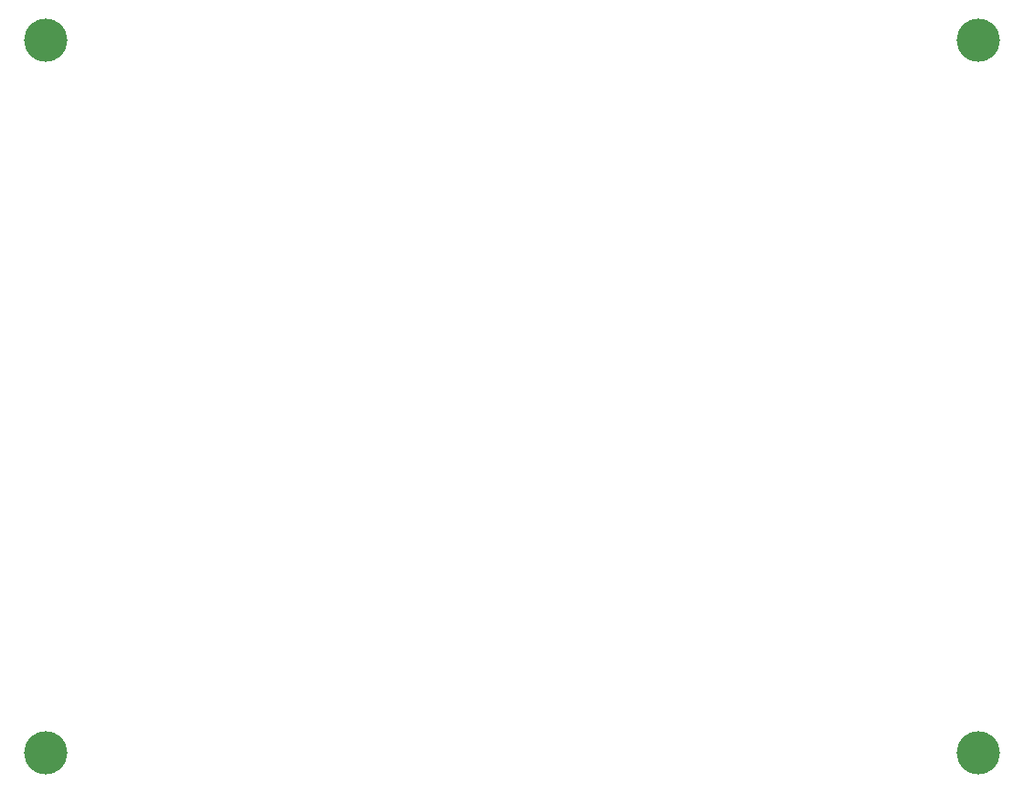
<source format=gbr>
%TF.GenerationSoftware,KiCad,Pcbnew,7.0.6*%
%TF.CreationDate,2023-08-10T18:19:11+02:00*%
%TF.ProjectId,ps2_mouse_to_serial_rev2,7073325f-6d6f-4757-9365-5f746f5f7365,rev?*%
%TF.SameCoordinates,Original*%
%TF.FileFunction,Legend,Bot*%
%TF.FilePolarity,Positive*%
%FSLAX46Y46*%
G04 Gerber Fmt 4.6, Leading zero omitted, Abs format (unit mm)*
G04 Created by KiCad (PCBNEW 7.0.6) date 2023-08-10 18:19:11*
%MOMM*%
%LPD*%
G01*
G04 APERTURE LIST*
%ADD10C,4.000500*%
G04 APERTURE END LIST*
D10*
%TO.C,*%
X27940000Y-27940000D03*
%TD*%
%TO.C,*%
X114300000Y-93980000D03*
%TD*%
%TO.C,*%
X27940000Y-93980000D03*
%TD*%
%TO.C,*%
X114300000Y-27940000D03*
%TD*%
M02*

</source>
